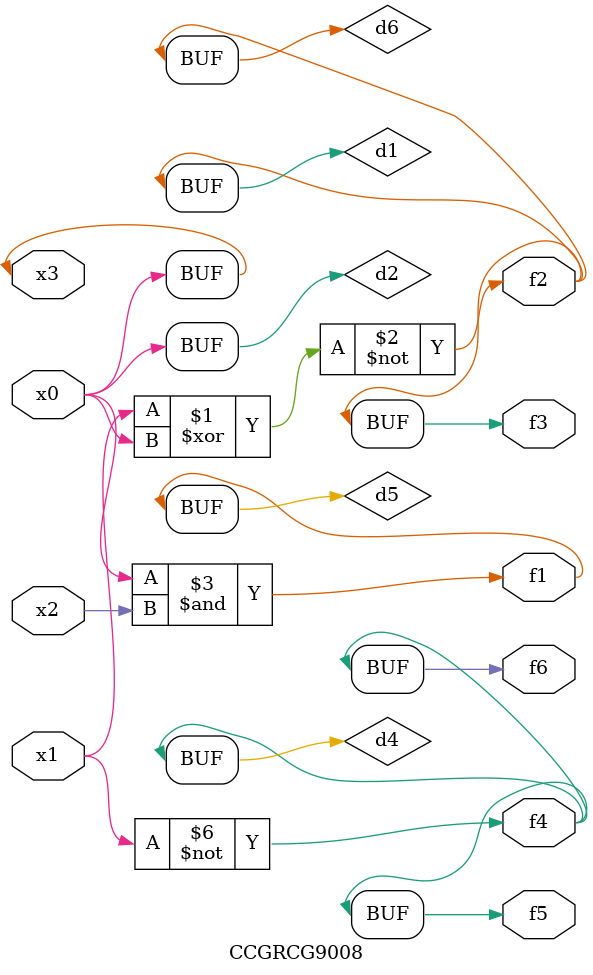
<source format=v>
module CCGRCG9008(
	input x0, x1, x2, x3,
	output f1, f2, f3, f4, f5, f6
);

	wire d1, d2, d3, d4, d5, d6;

	xnor (d1, x1, x3);
	buf (d2, x0, x3);
	nand (d3, x0, x2);
	not (d4, x1);
	nand (d5, d3);
	or (d6, d1);
	assign f1 = d5;
	assign f2 = d6;
	assign f3 = d6;
	assign f4 = d4;
	assign f5 = d4;
	assign f6 = d4;
endmodule

</source>
